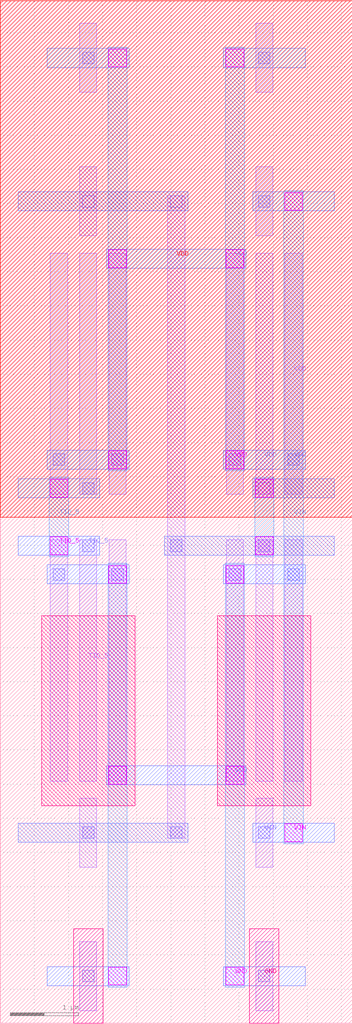
<source format=lef>
VERSION 5.7 ;
  DIVIDERCHAR "/" ;
  BUSBITCHARS "[]" ;
MACRO FLASH_ADC_SYM_5
  CLASS BLOCK ;
  FOREIGN FLASH_ADC_SYM_5 ;
  ORIGIN 0.000 0.000 ;
  SIZE 5.160 BY 14.970 ;
  PIN GND
    ANTENNADIFFAREA 3.052000 ;
    PORT
      LAYER pwell ;
        RECT 1.075 0.000 1.505 1.380 ;
        RECT 3.655 0.000 4.085 1.380 ;
      LAYER li1 ;
        RECT 0.735 3.545 0.985 7.075 ;
        RECT 1.595 3.545 1.845 7.075 ;
        RECT 3.315 3.545 3.565 7.075 ;
        RECT 4.175 3.545 4.425 7.075 ;
        RECT 1.165 0.185 1.415 1.195 ;
        RECT 3.745 0.185 3.995 1.195 ;
      LAYER mcon ;
        RECT 0.775 6.485 0.945 6.655 ;
        RECT 1.635 6.485 1.805 6.655 ;
        RECT 3.355 6.485 3.525 6.655 ;
        RECT 4.215 6.485 4.385 6.655 ;
        RECT 1.205 0.605 1.375 0.775 ;
        RECT 3.785 0.605 3.955 0.775 ;
      LAYER met1 ;
        RECT 0.690 6.430 1.890 6.710 ;
        RECT 3.270 6.430 4.470 6.710 ;
        RECT 1.560 3.490 3.600 3.770 ;
        RECT 0.690 0.550 1.890 0.830 ;
        RECT 3.270 0.550 4.470 0.830 ;
      LAYER via ;
        RECT 1.590 6.440 1.850 6.700 ;
        RECT 3.310 6.440 3.570 6.700 ;
        RECT 1.590 3.500 1.850 3.760 ;
        RECT 3.310 3.500 3.570 3.760 ;
        RECT 1.590 0.560 1.850 0.820 ;
        RECT 3.310 0.560 3.570 0.820 ;
      LAYER met2 ;
        RECT 1.580 0.530 1.860 6.730 ;
        RECT 3.300 0.530 3.580 6.730 ;
    END
  END GND
  PIN VDD
    ANTENNADIFFAREA 0.826000 ;
    PORT
      LAYER nwell ;
        RECT 0.000 7.410 5.160 14.970 ;
      LAYER li1 ;
        RECT 1.165 13.625 1.415 14.635 ;
        RECT 3.745 13.625 3.995 14.635 ;
        RECT 0.735 7.745 0.985 11.275 ;
        RECT 1.595 7.745 1.845 11.275 ;
        RECT 3.315 7.745 3.565 11.275 ;
        RECT 4.175 7.745 4.425 11.275 ;
      LAYER mcon ;
        RECT 1.205 14.045 1.375 14.215 ;
        RECT 3.785 14.045 3.955 14.215 ;
        RECT 0.775 8.165 0.945 8.335 ;
        RECT 1.635 8.165 1.805 8.335 ;
        RECT 3.355 8.165 3.525 8.335 ;
        RECT 4.215 8.165 4.385 8.335 ;
      LAYER met1 ;
        RECT 0.690 13.990 1.890 14.270 ;
        RECT 3.270 13.990 4.470 14.270 ;
        RECT 1.560 11.050 3.600 11.330 ;
        RECT 0.690 8.110 1.890 8.390 ;
        RECT 3.270 8.110 4.470 8.390 ;
      LAYER via ;
        RECT 1.590 14.000 1.850 14.260 ;
        RECT 3.310 14.000 3.570 14.260 ;
        RECT 1.590 11.060 1.850 11.320 ;
        RECT 3.310 11.060 3.570 11.320 ;
        RECT 1.590 8.120 1.850 8.380 ;
        RECT 3.310 8.120 3.570 8.380 ;
      LAYER met2 ;
        RECT 1.580 8.090 1.860 14.290 ;
        RECT 3.300 8.090 3.580 14.290 ;
    END
  END VDD
  PIN VIN
    ANTENNAGATEAREA 0.882000 ;
    PORT
      LAYER li1 ;
        RECT 3.745 11.525 3.995 12.535 ;
        RECT 3.745 2.285 3.995 3.295 ;
      LAYER mcon ;
        RECT 3.785 11.945 3.955 12.115 ;
        RECT 3.785 2.705 3.955 2.875 ;
      LAYER met1 ;
        RECT 3.700 11.890 4.900 12.170 ;
        RECT 3.700 2.650 4.900 2.930 ;
      LAYER via ;
        RECT 4.170 11.900 4.430 12.160 ;
        RECT 4.170 2.660 4.430 2.920 ;
      LAYER met2 ;
        RECT 4.160 2.630 4.440 12.190 ;
    END
  END VIN
  PIN TIQ_5
    ANTENNADIFFAREA 0.823200 ;
    PORT
      LAYER li1 ;
        RECT 1.165 7.745 1.415 11.275 ;
        RECT 1.165 3.545 1.415 7.075 ;
      LAYER mcon ;
        RECT 1.205 7.745 1.375 7.915 ;
        RECT 1.205 6.905 1.375 7.075 ;
      LAYER met1 ;
        RECT 0.260 7.690 1.460 7.970 ;
        RECT 0.260 6.850 1.460 7.130 ;
      LAYER via ;
        RECT 0.730 7.700 0.990 7.960 ;
        RECT 0.730 6.860 0.990 7.120 ;
      LAYER met2 ;
        RECT 0.720 6.830 1.000 7.990 ;
    END
  END TIQ_5
  OBS
      LAYER pwell ;
        RECT 0.605 3.185 1.975 5.965 ;
        RECT 3.185 3.185 4.555 5.965 ;
      LAYER li1 ;
        RECT 1.165 11.525 1.415 12.535 ;
        RECT 1.165 2.285 1.415 3.295 ;
        RECT 2.455 2.705 2.705 12.115 ;
        RECT 3.745 7.745 3.995 11.275 ;
        RECT 3.745 3.545 3.995 7.075 ;
      LAYER mcon ;
        RECT 1.205 11.945 1.375 12.115 ;
        RECT 2.495 11.945 2.665 12.115 ;
        RECT 3.785 7.745 3.955 7.915 ;
        RECT 2.495 6.905 2.665 7.075 ;
        RECT 1.205 2.705 1.375 2.875 ;
        RECT 3.785 6.905 3.955 7.075 ;
        RECT 2.495 2.705 2.665 2.875 ;
      LAYER met1 ;
        RECT 0.260 11.890 2.750 12.170 ;
        RECT 3.700 7.690 4.900 7.970 ;
        RECT 2.410 6.850 4.900 7.130 ;
        RECT 0.260 2.650 2.750 2.930 ;
      LAYER via ;
        RECT 3.740 7.700 4.000 7.960 ;
        RECT 3.740 6.860 4.000 7.120 ;
      LAYER met2 ;
        RECT 3.730 6.830 4.010 7.990 ;
  END
END FLASH_ADC_SYM_5
END LIBRARY


</source>
